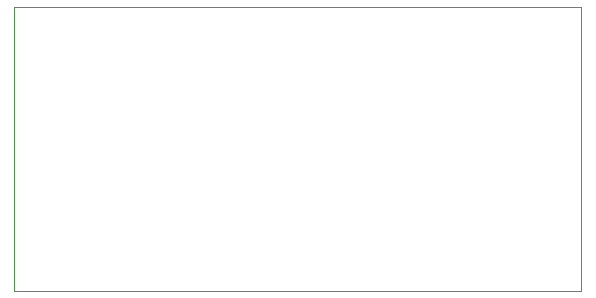
<source format=gm1>
G04 #@! TF.GenerationSoftware,KiCad,Pcbnew,(5.1.12)-1*
G04 #@! TF.CreationDate,2022-09-24T14:43:29-05:00*
G04 #@! TF.ProjectId,Power_Board_001,506f7765-725f-4426-9f61-72645f303031,rev?*
G04 #@! TF.SameCoordinates,Original*
G04 #@! TF.FileFunction,Profile,NP*
%FSLAX46Y46*%
G04 Gerber Fmt 4.6, Leading zero omitted, Abs format (unit mm)*
G04 Created by KiCad (PCBNEW (5.1.12)-1) date 2022-09-24 14:43:29*
%MOMM*%
%LPD*%
G01*
G04 APERTURE LIST*
G04 #@! TA.AperFunction,Profile*
%ADD10C,0.050000*%
G04 #@! TD*
G04 APERTURE END LIST*
D10*
X164500000Y-69500000D02*
X116500000Y-69500000D01*
X164500000Y-93500000D02*
X164500000Y-69500000D01*
X116500000Y-93500000D02*
X164500000Y-93500000D01*
X116500000Y-69500000D02*
X116500000Y-93500000D01*
M02*

</source>
